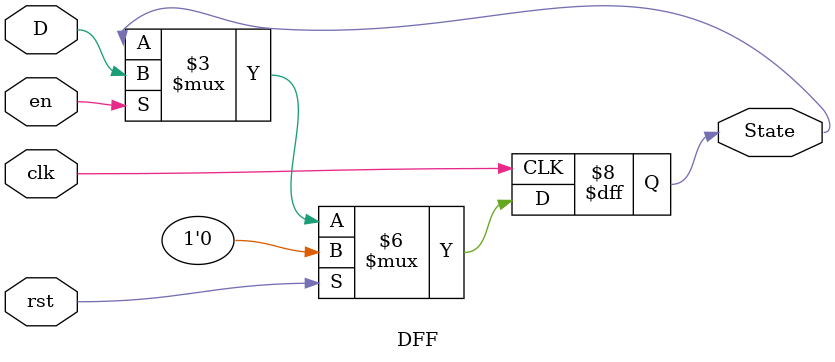
<source format=v>
`timescale 1ns / 1ps


module DFF(D,clk,rst,en,State);
    input D,rst,en;
    input clk;
    output reg State;
    initial begin
        State = 0;
    end
    always@(posedge clk) begin
        if(rst) State <= 0;
        else if(en) State <= D;
    end
endmodule

</source>
